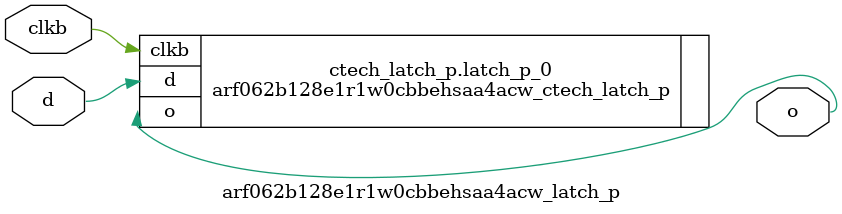
<source format=sv>

`ifndef ARF062B128E1R1W0CBBEHSAA4ACW_LATCH_P_SV
`define ARF062B128E1R1W0CBBEHSAA4ACW_LATCH_P_SV

module arf062b128e1r1w0cbbehsaa4acw_latch_p #
(
  parameter CTECH = 1
)
(
  output logic o,
  input  logic d,
  input  logic clkb
);

  if (CTECH == 1) begin: ctech_latch_p
    arf062b128e1r1w0cbbehsaa4acw_ctech_latch_p latch_p_0 (.o(o),.d(d),.clkb(clkb));
  end
  else begin
    always_latch begin
      if (~clkb) begin
        o <= d;
      end
    end
  end

endmodule // arf062b128e1r1w0cbbehsaa4acw_latch_p

`endif // ARF062B128E1R1W0CBBEHSAA4ACW_LATCH_P_SV
</source>
